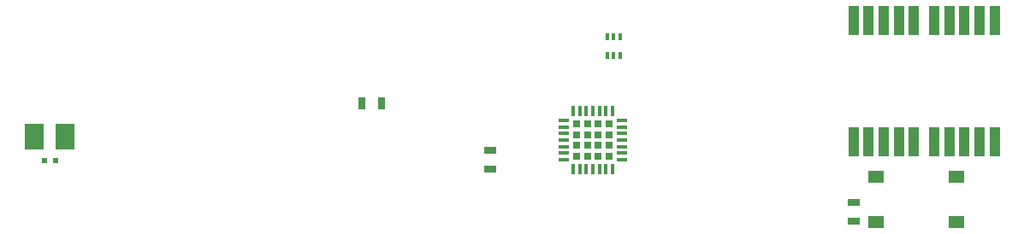
<source format=gbr>
G04 #@! TF.GenerationSoftware,KiCad,Pcbnew,(5.99.0-576-ga860ac506)*
G04 #@! TF.CreationDate,2020-08-23T19:59:58+02:00*
G04 #@! TF.ProjectId,50 pin to 34 pin Floppy Adapter,35302070-696e-4207-946f-203334207069,rev?*
G04 #@! TF.SameCoordinates,Original*
G04 #@! TF.FileFunction,Paste,Top*
G04 #@! TF.FilePolarity,Positive*
%FSLAX46Y46*%
G04 Gerber Fmt 4.6, Leading zero omitted, Abs format (unit mm)*
G04 Created by KiCad (PCBNEW (5.99.0-576-ga860ac506)) date 2020-08-23 19:59:58*
%MOMM*%
%LPD*%
G04 APERTURE LIST*
%ADD10R,0.400000X0.650000*%
%ADD11R,1.950000X2.500000*%
%ADD12R,0.600000X0.500000*%
%ADD13R,1.300000X0.700000*%
%ADD14R,0.700000X1.300000*%
%ADD15R,1.000000X3.000000*%
%ADD16R,1.550000X1.300000*%
%ADD17R,0.370000X1.000000*%
%ADD18R,1.000000X0.370000*%
%ADD19R,0.637500X0.637500*%
G04 APERTURE END LIST*
D10*
X80122000Y-26413500D03*
X81422000Y-26413500D03*
X80772000Y-24513500D03*
X80772000Y-26413500D03*
X81422000Y-24513500D03*
X80122000Y-24513500D03*
D11*
X23430500Y-34480500D03*
X26480500Y-34480500D03*
D12*
X24405500Y-36830000D03*
X25505500Y-36830000D03*
D13*
X68516500Y-35755500D03*
X68516500Y-37655500D03*
D14*
X57782500Y-31178500D03*
X55882500Y-31178500D03*
D13*
X104521000Y-42860000D03*
X104521000Y-40960000D03*
D15*
X112500000Y-34919500D03*
X114000000Y-34919500D03*
X115500000Y-34919500D03*
X117000000Y-34919500D03*
X118500000Y-34919500D03*
X118500000Y-22919500D03*
X117000000Y-22919500D03*
X115500000Y-22919500D03*
X114000000Y-22919500D03*
X112500000Y-22919500D03*
X104499000Y-34919500D03*
X105999000Y-34919500D03*
X107499000Y-34919500D03*
X108999000Y-34919500D03*
X110499000Y-34919500D03*
X110499000Y-22919500D03*
X108999000Y-22919500D03*
X107499000Y-22919500D03*
X105999000Y-22919500D03*
X104499000Y-22919500D03*
D16*
X114660500Y-38390000D03*
X114660500Y-42890000D03*
X106700500Y-42890000D03*
X106700500Y-38390000D03*
D17*
X76766750Y-37624750D03*
X77416750Y-37624750D03*
X78066750Y-37624750D03*
X78716750Y-37624750D03*
X79366750Y-37624750D03*
X80016750Y-37624750D03*
X80666750Y-37624750D03*
D18*
X81566750Y-36724750D03*
X81566750Y-36074750D03*
X81566750Y-35424750D03*
X81566750Y-34774750D03*
X81566750Y-34124750D03*
X81566750Y-33474750D03*
X81566750Y-32824750D03*
D17*
X80666750Y-31924750D03*
X80016750Y-31924750D03*
X79366750Y-31924750D03*
X78716750Y-31924750D03*
X78066750Y-31924750D03*
X77416750Y-31924750D03*
X76766750Y-31924750D03*
D18*
X75866750Y-32824750D03*
X75866750Y-33474750D03*
X75866750Y-34124750D03*
X75866750Y-34774750D03*
X75866750Y-35424750D03*
X75866750Y-36074750D03*
X75866750Y-36724750D03*
D19*
X80310500Y-33181000D03*
X79248000Y-33181000D03*
X78185500Y-33181000D03*
X77123000Y-33181000D03*
X80310500Y-34243500D03*
X79248000Y-34243500D03*
X78185500Y-34243500D03*
X77123000Y-34243500D03*
X80310500Y-35306000D03*
X79248000Y-35306000D03*
X78185500Y-35306000D03*
X77123000Y-35306000D03*
X80310500Y-36368500D03*
X79248000Y-36368500D03*
X78185500Y-36368500D03*
X77123000Y-36368500D03*
M02*

</source>
